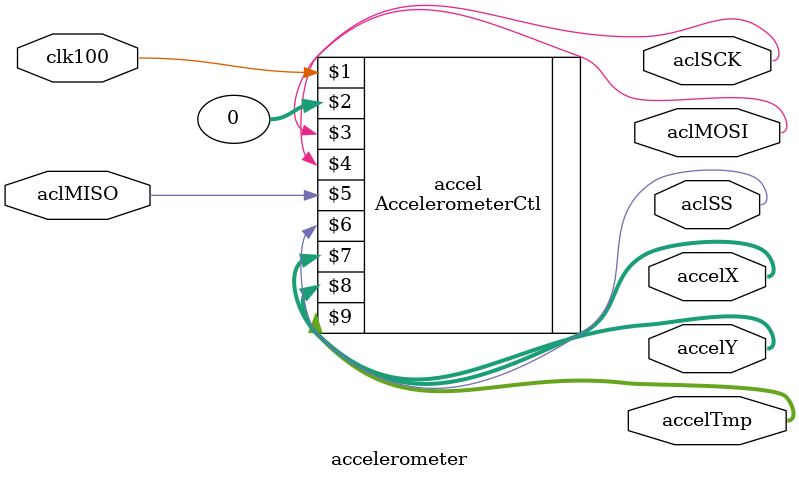
<source format=sv>
`timescale 1ns / 1ps


module accelerometer(
    input wire clk100,     //use 100MHz clock
    
    //Accelerometer signals
    output wire aclSCK,
    output wire aclMOSI,
    input wire aclMISO,
    output wire aclSS,
    
    //Accelerometer data
    output wire [8:0] accelX, accelY,
    output wire [11:0] accelTmp
    );
    
    AccelerometerCtl accel(clk100, 0, aclSCK, aclMOSI, aclMISO, aclSS, accelX, accelY, accelTmp);
    
endmodule

</source>
